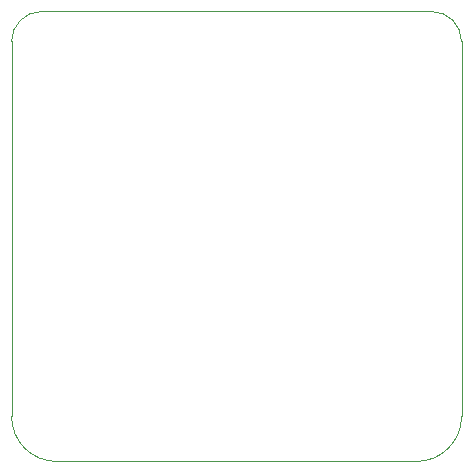
<source format=gbr>
%TF.GenerationSoftware,KiCad,Pcbnew,(5.1.7)-1*%
%TF.CreationDate,2021-04-21T21:28:38-05:00*%
%TF.ProjectId,blinky_kit_pcb,626c696e-6b79-45f6-9b69-745f7063622e,1.0*%
%TF.SameCoordinates,Original*%
%TF.FileFunction,Profile,NP*%
%FSLAX46Y46*%
G04 Gerber Fmt 4.6, Leading zero omitted, Abs format (unit mm)*
G04 Created by KiCad (PCBNEW (5.1.7)-1) date 2021-04-21 21:28:38*
%MOMM*%
%LPD*%
G01*
G04 APERTURE LIST*
%TA.AperFunction,Profile*%
%ADD10C,0.050000*%
%TD*%
G04 APERTURE END LIST*
D10*
X157480000Y-78740000D02*
G75*
G02*
X160020000Y-81280000I0J-2540000D01*
G01*
X121920000Y-81280000D02*
G75*
G02*
X124460000Y-78740000I2540000J0D01*
G01*
X125730000Y-116840000D02*
G75*
G02*
X121920000Y-113030000I0J3810000D01*
G01*
X160020000Y-113030000D02*
G75*
G02*
X156210000Y-116840000I-3810000J0D01*
G01*
X124460000Y-78740000D02*
X124460000Y-78740000D01*
X121920000Y-113030000D02*
X121920000Y-81280000D01*
X157480000Y-78740000D02*
X124460000Y-78740000D01*
X160020000Y-113030000D02*
X160020000Y-81280000D01*
X125730000Y-116840000D02*
X156210000Y-116840000D01*
M02*

</source>
